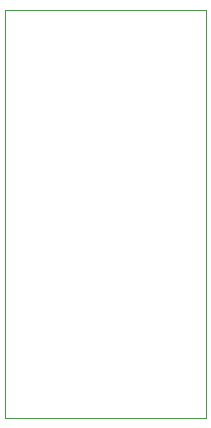
<source format=gm1>
G04 #@! TF.FileFunction,Profile,NP*
%FSLAX46Y46*%
G04 Gerber Fmt 4.6, Leading zero omitted, Abs format (unit mm)*
G04 Created by KiCad (PCBNEW 4.0.0-rc1-stable) date 11/12/2015 8:05:50 PM*
%MOMM*%
G01*
G04 APERTURE LIST*
%ADD10C,0.100000*%
%ADD11C,0.015000*%
G04 APERTURE END LIST*
D10*
D11*
X142621000Y-59817000D02*
X142621000Y-94361000D01*
X159639000Y-59817000D02*
X142621000Y-59817000D01*
X159639000Y-94361000D02*
X159639000Y-59817000D01*
X142621000Y-94361000D02*
X159639000Y-94361000D01*
M02*

</source>
